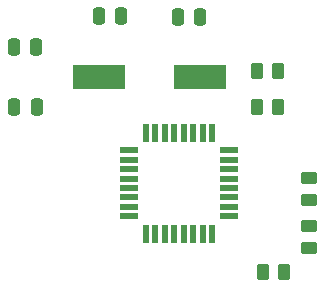
<source format=gbr>
%TF.GenerationSoftware,KiCad,Pcbnew,8.0.6*%
%TF.CreationDate,2024-11-05T10:52:09-07:00*%
%TF.ProjectId,ProjectPCB,50726f6a-6563-4745-9043-422e6b696361,rev?*%
%TF.SameCoordinates,Original*%
%TF.FileFunction,Paste,Top*%
%TF.FilePolarity,Positive*%
%FSLAX46Y46*%
G04 Gerber Fmt 4.6, Leading zero omitted, Abs format (unit mm)*
G04 Created by KiCad (PCBNEW 8.0.6) date 2024-11-05 10:52:09*
%MOMM*%
%LPD*%
G01*
G04 APERTURE LIST*
G04 Aperture macros list*
%AMRoundRect*
0 Rectangle with rounded corners*
0 $1 Rounding radius*
0 $2 $3 $4 $5 $6 $7 $8 $9 X,Y pos of 4 corners*
0 Add a 4 corners polygon primitive as box body*
4,1,4,$2,$3,$4,$5,$6,$7,$8,$9,$2,$3,0*
0 Add four circle primitives for the rounded corners*
1,1,$1+$1,$2,$3*
1,1,$1+$1,$4,$5*
1,1,$1+$1,$6,$7*
1,1,$1+$1,$8,$9*
0 Add four rect primitives between the rounded corners*
20,1,$1+$1,$2,$3,$4,$5,0*
20,1,$1+$1,$4,$5,$6,$7,0*
20,1,$1+$1,$6,$7,$8,$9,0*
20,1,$1+$1,$8,$9,$2,$3,0*%
G04 Aperture macros list end*
%ADD10RoundRect,0.250000X0.262500X0.450000X-0.262500X0.450000X-0.262500X-0.450000X0.262500X-0.450000X0*%
%ADD11R,4.500000X2.000000*%
%ADD12RoundRect,0.250000X-0.250000X-0.475000X0.250000X-0.475000X0.250000X0.475000X-0.250000X0.475000X0*%
%ADD13RoundRect,0.250000X0.250000X0.475000X-0.250000X0.475000X-0.250000X-0.475000X0.250000X-0.475000X0*%
%ADD14R,0.550000X1.600000*%
%ADD15R,1.600000X0.550000*%
%ADD16RoundRect,0.250000X-0.450000X0.262500X-0.450000X-0.262500X0.450000X-0.262500X0.450000X0.262500X0*%
%ADD17RoundRect,0.250000X0.450000X-0.262500X0.450000X0.262500X-0.450000X0.262500X-0.450000X-0.262500X0*%
G04 APERTURE END LIST*
D10*
%TO.C,R4*%
X150912500Y-92500000D03*
X149087500Y-92500000D03*
%TD*%
D11*
%TO.C,Y1*%
X144250000Y-93000000D03*
X135750000Y-93000000D03*
%TD*%
D12*
%TO.C,C2*%
X135700000Y-87800000D03*
X137600000Y-87800000D03*
%TD*%
D10*
%TO.C,R5*%
X150912500Y-95500000D03*
X149087500Y-95500000D03*
%TD*%
D12*
%TO.C,C4*%
X130400000Y-90500000D03*
X128500000Y-90500000D03*
%TD*%
D13*
%TO.C,C1*%
X144300000Y-87900000D03*
X142400000Y-87900000D03*
%TD*%
D10*
%TO.C,R1*%
X151412500Y-109500000D03*
X149587500Y-109500000D03*
%TD*%
D14*
%TO.C,U1*%
X145300000Y-97750000D03*
X144500000Y-97750000D03*
X143700000Y-97750000D03*
X142900000Y-97750000D03*
X142100000Y-97750000D03*
X141300000Y-97750000D03*
X140500000Y-97750000D03*
X139700000Y-97750000D03*
D15*
X138250000Y-99200000D03*
X138250000Y-100000000D03*
X138250000Y-100800000D03*
X138250000Y-101600000D03*
X138250000Y-102400000D03*
X138250000Y-103200000D03*
X138250000Y-104000000D03*
X138250000Y-104800000D03*
D14*
X139700000Y-106250000D03*
X140500000Y-106250000D03*
X141300000Y-106250000D03*
X142100000Y-106250000D03*
X142900000Y-106250000D03*
X143700000Y-106250000D03*
X144500000Y-106250000D03*
X145300000Y-106250000D03*
D15*
X146750000Y-104800000D03*
X146750000Y-104000000D03*
X146750000Y-103200000D03*
X146750000Y-102400000D03*
X146750000Y-101600000D03*
X146750000Y-100800000D03*
X146750000Y-100000000D03*
X146750000Y-99200000D03*
%TD*%
D16*
%TO.C,R3*%
X153500000Y-105627500D03*
X153500000Y-107452500D03*
%TD*%
D17*
%TO.C,R2*%
X153500000Y-103412500D03*
X153500000Y-101587500D03*
%TD*%
D12*
%TO.C,C3*%
X130450000Y-95500000D03*
X128550000Y-95500000D03*
%TD*%
M02*

</source>
